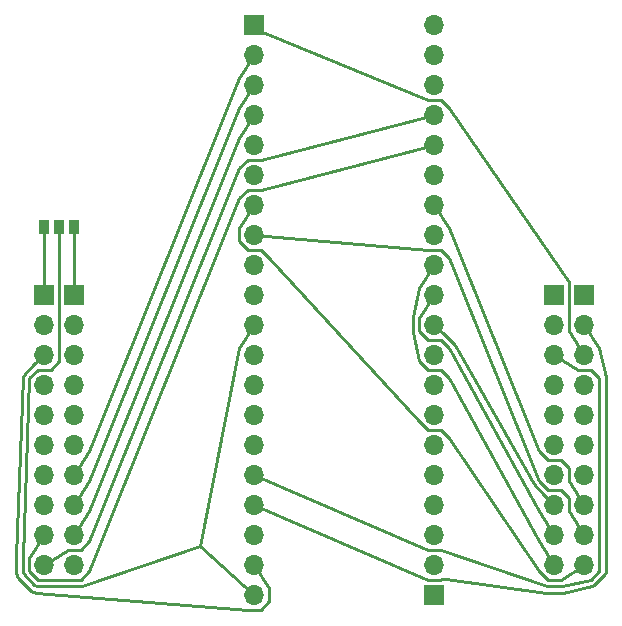
<source format=gtl>
G04 #@! TF.FileFunction,Copper,L1,Top,Signal*
%FSLAX46Y46*%
G04 Gerber Fmt 4.6, Leading zero omitted, Abs format (unit mm)*
G04 Created by KiCad (PCBNEW 4.0.7) date 01/26/18 10:19:39*
%MOMM*%
%LPD*%
G01*
G04 APERTURE LIST*
%ADD10C,0.100000*%
%ADD11R,1.700000X1.700000*%
%ADD12O,1.700000X1.700000*%
%ADD13R,0.970000X1.270000*%
%ADD14C,0.250000*%
G04 APERTURE END LIST*
D10*
D11*
X101600000Y-101600000D03*
D12*
X101600000Y-104140000D03*
X101600000Y-106680000D03*
X101600000Y-109220000D03*
X101600000Y-111760000D03*
X101600000Y-114300000D03*
X101600000Y-116840000D03*
X101600000Y-119380000D03*
X101600000Y-121920000D03*
X101600000Y-124460000D03*
D11*
X147320000Y-101600000D03*
D12*
X147320000Y-104140000D03*
X147320000Y-106680000D03*
X147320000Y-109220000D03*
X147320000Y-111760000D03*
X147320000Y-114300000D03*
X147320000Y-116840000D03*
X147320000Y-119380000D03*
X147320000Y-121920000D03*
X147320000Y-124460000D03*
D11*
X104140000Y-101600000D03*
D12*
X104140000Y-104140000D03*
X104140000Y-106680000D03*
X104140000Y-109220000D03*
X104140000Y-111760000D03*
X104140000Y-114300000D03*
X104140000Y-116840000D03*
X104140000Y-119380000D03*
X104140000Y-121920000D03*
X104140000Y-124460000D03*
D11*
X144780000Y-101600000D03*
D12*
X144780000Y-104140000D03*
X144780000Y-106680000D03*
X144780000Y-109220000D03*
X144780000Y-111760000D03*
X144780000Y-114300000D03*
X144780000Y-116840000D03*
X144780000Y-119380000D03*
X144780000Y-121920000D03*
X144780000Y-124460000D03*
D11*
X134620000Y-127000000D03*
D12*
X134620000Y-124460000D03*
X134620000Y-121920000D03*
X134620000Y-119380000D03*
X134620000Y-116840000D03*
X134620000Y-114300000D03*
X134620000Y-111760000D03*
X134620000Y-109220000D03*
X134620000Y-106680000D03*
X134620000Y-104140000D03*
X134620000Y-101600000D03*
X134620000Y-99060000D03*
X134620000Y-96520000D03*
X134620000Y-93980000D03*
X134620000Y-91440000D03*
X134620000Y-88900000D03*
X134620000Y-86360000D03*
X134620000Y-83820000D03*
X134620000Y-81280000D03*
X134620000Y-78740000D03*
D11*
X119380000Y-78740000D03*
D12*
X119380000Y-81280000D03*
X119380000Y-83820000D03*
X119380000Y-86360000D03*
X119380000Y-88900000D03*
X119380000Y-91440000D03*
X119380000Y-93980000D03*
X119380000Y-96520000D03*
X119380000Y-99060000D03*
X119380000Y-101600000D03*
X119380000Y-104140000D03*
X119380000Y-106680000D03*
X119380000Y-109220000D03*
X119380000Y-111760000D03*
X119380000Y-114300000D03*
X119380000Y-116840000D03*
X119380000Y-119380000D03*
X119380000Y-121920000D03*
X119380000Y-124460000D03*
X119380000Y-127000000D03*
D13*
X101600000Y-95885000D03*
X102870000Y-95885000D03*
X104140000Y-95885000D03*
D14*
X101600000Y-100875000D02*
X101600000Y-101600000D01*
X101600000Y-100750000D02*
X101600000Y-100875000D01*
X101600000Y-96520000D02*
X101600000Y-100750000D01*
X101600000Y-96395000D02*
X101600000Y-96520000D01*
X101600000Y-95885000D02*
X101600000Y-96395000D01*
X100757900Y-107480800D02*
X101600000Y-106680000D01*
X99860800Y-108377900D02*
X100757900Y-107480800D01*
X99774800Y-108585700D02*
X99860800Y-108377900D01*
X99224700Y-123716200D02*
X99774800Y-108585700D01*
X99224700Y-125203800D02*
X99224700Y-123716200D01*
X99394500Y-125613700D02*
X99224700Y-125203800D01*
X100446300Y-126665500D02*
X99394500Y-125613700D01*
X100856200Y-126835300D02*
X100446300Y-126665500D01*
X118855100Y-128275100D02*
X100856200Y-126835300D01*
X119904900Y-128275100D02*
X118855100Y-128275100D01*
X119910500Y-128272800D02*
X119904900Y-128275100D01*
X120652800Y-127530500D02*
X119910500Y-128272800D01*
X120655100Y-127524900D02*
X120652800Y-127530500D01*
X120655100Y-126475100D02*
X120655100Y-127524900D01*
X120652800Y-126469500D02*
X120655100Y-126475100D01*
X119380000Y-124460000D02*
X120652800Y-126469500D01*
X100327200Y-123929500D02*
X101600000Y-121920000D01*
X100324900Y-123935100D02*
X100327200Y-123929500D01*
X100324900Y-124984900D02*
X100324900Y-123935100D01*
X100327200Y-124990500D02*
X100324900Y-124984900D01*
X101069500Y-125732800D02*
X100327200Y-124990500D01*
X101075100Y-125735100D02*
X101069500Y-125732800D01*
X103615100Y-125735100D02*
X101075100Y-125735100D01*
X104664900Y-125735100D02*
X103615100Y-125735100D01*
X104670500Y-125732800D02*
X104664900Y-125735100D01*
X105412800Y-124990500D02*
X104670500Y-125732800D01*
X105415100Y-124984900D02*
X105412800Y-124990500D01*
X118110000Y-93456100D02*
X105415100Y-124984900D01*
X118111500Y-93452400D02*
X118110000Y-93456100D01*
X118852400Y-92711500D02*
X118111500Y-93452400D01*
X118856100Y-92710000D02*
X118852400Y-92711500D01*
X119903900Y-92710000D02*
X118856100Y-92710000D01*
X134620000Y-88900000D02*
X119903900Y-92710000D01*
X103612400Y-123191500D02*
X101600000Y-124460000D01*
X103616100Y-123190000D02*
X103612400Y-123191500D01*
X104663900Y-123190000D02*
X103616100Y-123190000D01*
X104667600Y-123188500D02*
X104663900Y-123190000D01*
X105408500Y-122447600D02*
X104667600Y-123188500D01*
X105410000Y-122443900D02*
X105408500Y-122447600D01*
X118110000Y-90916100D02*
X105410000Y-122443900D01*
X118111500Y-90912400D02*
X118110000Y-90916100D01*
X118852400Y-90171500D02*
X118111500Y-90912400D01*
X118856100Y-90170000D02*
X118852400Y-90171500D01*
X119903900Y-90170000D02*
X118856100Y-90170000D01*
X134620000Y-86360000D02*
X119903900Y-90170000D01*
X148592800Y-106149500D02*
X147320000Y-104140000D01*
X148595100Y-106155100D02*
X148592800Y-106149500D01*
X149145200Y-108585700D02*
X148595100Y-106155100D01*
X149145200Y-123825700D02*
X149145200Y-108585700D01*
X149145200Y-125094300D02*
X149145200Y-123825700D01*
X149059200Y-125302100D02*
X149145200Y-125094300D01*
X148162100Y-126199200D02*
X149059200Y-125302100D01*
X147954300Y-126285200D02*
X148162100Y-126199200D01*
X145523800Y-126835300D02*
X147954300Y-126285200D01*
X144036200Y-126835300D02*
X145523800Y-126835300D01*
X135646100Y-125724900D02*
X144036200Y-126835300D01*
X135521100Y-125724900D02*
X135646100Y-125724900D01*
X135168900Y-125724900D02*
X135521100Y-125724900D01*
X135143900Y-125730000D02*
X135168900Y-125724900D01*
X134096100Y-125730000D02*
X135143900Y-125730000D01*
X134092400Y-125728500D02*
X134096100Y-125730000D01*
X119380000Y-119380000D02*
X134092400Y-125728500D01*
X146051500Y-104667600D02*
X147320000Y-106680000D01*
X146050000Y-104663900D02*
X146051500Y-104667600D01*
X146050000Y-100576000D02*
X146050000Y-104663900D01*
X135888500Y-85832400D02*
X146050000Y-100576000D01*
X135147600Y-85091500D02*
X135888500Y-85832400D01*
X135143900Y-85090000D02*
X135147600Y-85091500D01*
X134096100Y-85090000D02*
X135143900Y-85090000D01*
X134092400Y-85088500D02*
X134096100Y-85090000D01*
X120281800Y-79465000D02*
X134092400Y-85088500D01*
X120230000Y-79465000D02*
X120281800Y-79465000D01*
X120105000Y-79465000D02*
X120230000Y-79465000D01*
X119380000Y-78740000D02*
X120105000Y-79465000D01*
X146051500Y-117367600D02*
X147320000Y-119380000D01*
X146050000Y-117363900D02*
X146051500Y-117367600D01*
X146050000Y-116316100D02*
X146050000Y-117363900D01*
X146048500Y-116312400D02*
X146050000Y-116316100D01*
X145307600Y-115571500D02*
X146048500Y-116312400D01*
X145303900Y-115570000D02*
X145307600Y-115571500D01*
X144256100Y-115570000D02*
X145303900Y-115570000D01*
X144252400Y-115568500D02*
X144256100Y-115570000D01*
X143511500Y-114827600D02*
X144252400Y-115568500D01*
X143510000Y-114823900D02*
X143511500Y-114827600D01*
X135895100Y-95995100D02*
X143510000Y-114823900D01*
X135892800Y-95989500D02*
X135895100Y-95995100D01*
X134620000Y-93980000D02*
X135892800Y-95989500D01*
X146051500Y-119907600D02*
X147320000Y-121920000D01*
X146050000Y-119903900D02*
X146051500Y-119907600D01*
X146050000Y-118856100D02*
X146050000Y-119903900D01*
X146048500Y-118852400D02*
X146050000Y-118856100D01*
X145307600Y-118111500D02*
X146048500Y-118852400D01*
X145303900Y-118110000D02*
X145307600Y-118111500D01*
X144256100Y-118110000D02*
X145303900Y-118110000D01*
X144252400Y-118108500D02*
X144256100Y-118110000D01*
X143511500Y-117367600D02*
X144252400Y-118108500D01*
X143510000Y-117363900D02*
X143511500Y-117367600D01*
X135890000Y-98536100D02*
X143510000Y-117363900D01*
X135888500Y-98532400D02*
X135890000Y-98536100D01*
X135147600Y-97791500D02*
X135888500Y-98532400D01*
X135143900Y-97790000D02*
X135147600Y-97791500D01*
X134096100Y-97790000D02*
X135143900Y-97790000D01*
X119380000Y-96520000D02*
X134096100Y-97790000D01*
X145310500Y-125732800D02*
X147320000Y-124460000D01*
X145304900Y-125735100D02*
X145310500Y-125732800D01*
X144255100Y-125735100D02*
X145304900Y-125735100D01*
X144249500Y-125732800D02*
X144255100Y-125735100D01*
X143507200Y-124990500D02*
X144249500Y-125732800D01*
X135888500Y-113772400D02*
X143507200Y-124990500D01*
X135147600Y-113031500D02*
X135888500Y-113772400D01*
X135143900Y-113030000D02*
X135147600Y-113031500D01*
X134096100Y-113030000D02*
X135143900Y-113030000D01*
X134092400Y-113028500D02*
X134096100Y-113030000D01*
X133351500Y-112287600D02*
X134092400Y-113028500D01*
X120648500Y-98532400D02*
X133351500Y-112287600D01*
X119907600Y-97791500D02*
X120648500Y-98532400D01*
X119903900Y-97790000D02*
X119907600Y-97791500D01*
X118856100Y-97790000D02*
X119903900Y-97790000D01*
X118852400Y-97788500D02*
X118856100Y-97790000D01*
X118111500Y-97047600D02*
X118852400Y-97788500D01*
X118110000Y-97043900D02*
X118111500Y-97047600D01*
X118110000Y-95996100D02*
X118110000Y-97043900D01*
X118111500Y-95992400D02*
X118110000Y-95996100D01*
X119380000Y-93980000D02*
X118111500Y-95992400D01*
X104140000Y-100875000D02*
X104140000Y-101600000D01*
X104140000Y-100750000D02*
X104140000Y-100875000D01*
X104140000Y-96520000D02*
X104140000Y-100750000D01*
X104140000Y-96395000D02*
X104140000Y-96520000D01*
X104140000Y-95885000D02*
X104140000Y-96395000D01*
X105412800Y-114830500D02*
X104140000Y-116840000D01*
X105415100Y-114824900D02*
X105412800Y-114830500D01*
X118104900Y-83295100D02*
X105415100Y-114824900D01*
X118107200Y-83289500D02*
X118104900Y-83295100D01*
X119380000Y-81280000D02*
X118107200Y-83289500D01*
X105412800Y-117370500D02*
X104140000Y-119380000D01*
X105415100Y-117364900D02*
X105412800Y-117370500D01*
X118104900Y-85835100D02*
X105415100Y-117364900D01*
X118107200Y-85829500D02*
X118104900Y-85835100D01*
X119380000Y-83820000D02*
X118107200Y-85829500D01*
X105412800Y-119910500D02*
X104140000Y-121920000D01*
X105415100Y-119904900D02*
X105412800Y-119910500D01*
X118104900Y-88375100D02*
X105415100Y-119904900D01*
X118107200Y-88369500D02*
X118104900Y-88375100D01*
X119380000Y-86360000D02*
X118107200Y-88369500D01*
X146792400Y-107948500D02*
X144780000Y-106680000D01*
X146796100Y-107950000D02*
X146792400Y-107948500D01*
X147843900Y-107950000D02*
X146796100Y-107950000D01*
X147847600Y-107951500D02*
X147843900Y-107950000D01*
X148588500Y-108692400D02*
X147847600Y-107951500D01*
X148590000Y-108696100D02*
X148588500Y-108692400D01*
X148595100Y-111235100D02*
X148590000Y-108696100D01*
X148595100Y-123935100D02*
X148595100Y-111235100D01*
X148595100Y-124984900D02*
X148595100Y-123935100D01*
X148592800Y-124990500D02*
X148595100Y-124984900D01*
X147850500Y-125732800D02*
X148592800Y-124990500D01*
X147844900Y-125735100D02*
X147850500Y-125732800D01*
X145414300Y-126285200D02*
X147844900Y-125735100D01*
X144145700Y-126285200D02*
X145414300Y-126285200D01*
X135143900Y-123190000D02*
X144145700Y-126285200D01*
X134096100Y-123190000D02*
X135143900Y-123190000D01*
X134092400Y-123188500D02*
X134096100Y-123190000D01*
X119380000Y-116840000D02*
X134092400Y-123188500D01*
X143937900Y-118579200D02*
X144780000Y-119380000D01*
X143040800Y-117682100D02*
X143937900Y-118579200D01*
X136359200Y-105837900D02*
X143040800Y-117682100D01*
X135462100Y-104940800D02*
X136359200Y-105837900D01*
X134620000Y-104140000D02*
X135462100Y-104940800D01*
X143507200Y-119910500D02*
X144780000Y-121920000D01*
X135888500Y-106152400D02*
X143507200Y-119910500D01*
X135147600Y-105411500D02*
X135888500Y-106152400D01*
X135143900Y-105410000D02*
X135147600Y-105411500D01*
X134096100Y-105410000D02*
X135143900Y-105410000D01*
X134092400Y-105408500D02*
X134096100Y-105410000D01*
X133351500Y-104667600D02*
X134092400Y-105408500D01*
X133350000Y-104663900D02*
X133351500Y-104667600D01*
X133350000Y-103616100D02*
X133350000Y-104663900D01*
X133351500Y-103612400D02*
X133350000Y-103616100D01*
X134620000Y-101600000D02*
X133351500Y-103612400D01*
X143507200Y-122450500D02*
X144780000Y-124460000D01*
X135888500Y-108692400D02*
X143507200Y-122450500D01*
X135147600Y-107951500D02*
X135888500Y-108692400D01*
X135143900Y-107950000D02*
X135147600Y-107951500D01*
X134096100Y-107950000D02*
X135143900Y-107950000D01*
X134092400Y-107948500D02*
X134096100Y-107950000D01*
X133351500Y-107207600D02*
X134092400Y-107948500D01*
X133350000Y-107203900D02*
X133351500Y-107207600D01*
X132794800Y-104774300D02*
X133350000Y-107203900D01*
X132794800Y-103505700D02*
X132794800Y-104774300D01*
X133344900Y-101075100D02*
X132794800Y-103505700D01*
X133347200Y-101069500D02*
X133344900Y-101075100D01*
X134620000Y-99060000D02*
X133347200Y-101069500D01*
X104774300Y-126285200D02*
X114737500Y-122869700D01*
X103505700Y-126285200D02*
X104774300Y-126285200D01*
X100965700Y-126285200D02*
X103505700Y-126285200D01*
X100757900Y-126199200D02*
X100965700Y-126285200D01*
X99860800Y-125302100D02*
X100757900Y-126199200D01*
X99774800Y-125094300D02*
X99860800Y-125302100D01*
X99774800Y-123825700D02*
X99774800Y-125094300D01*
X100330000Y-108696100D02*
X99774800Y-123825700D01*
X100331500Y-108692400D02*
X100330000Y-108696100D01*
X101072400Y-107951500D02*
X100331500Y-108692400D01*
X101076100Y-107950000D02*
X101072400Y-107951500D01*
X102123900Y-107950000D02*
X101076100Y-107950000D01*
X102127600Y-107948500D02*
X102123900Y-107950000D01*
X102868500Y-107207600D02*
X102127600Y-107948500D01*
X102870000Y-107203900D02*
X102868500Y-107207600D01*
X102870000Y-96520000D02*
X102870000Y-107203900D01*
X102870000Y-96395000D02*
X102870000Y-96520000D01*
X102870000Y-95885000D02*
X102870000Y-96395000D01*
X118104900Y-106155100D02*
X114737500Y-122869700D01*
X118107200Y-106149500D02*
X118104900Y-106155100D01*
X119380000Y-104140000D02*
X118107200Y-106149500D01*
X119380000Y-127000000D02*
X114737500Y-122869700D01*
M02*

</source>
